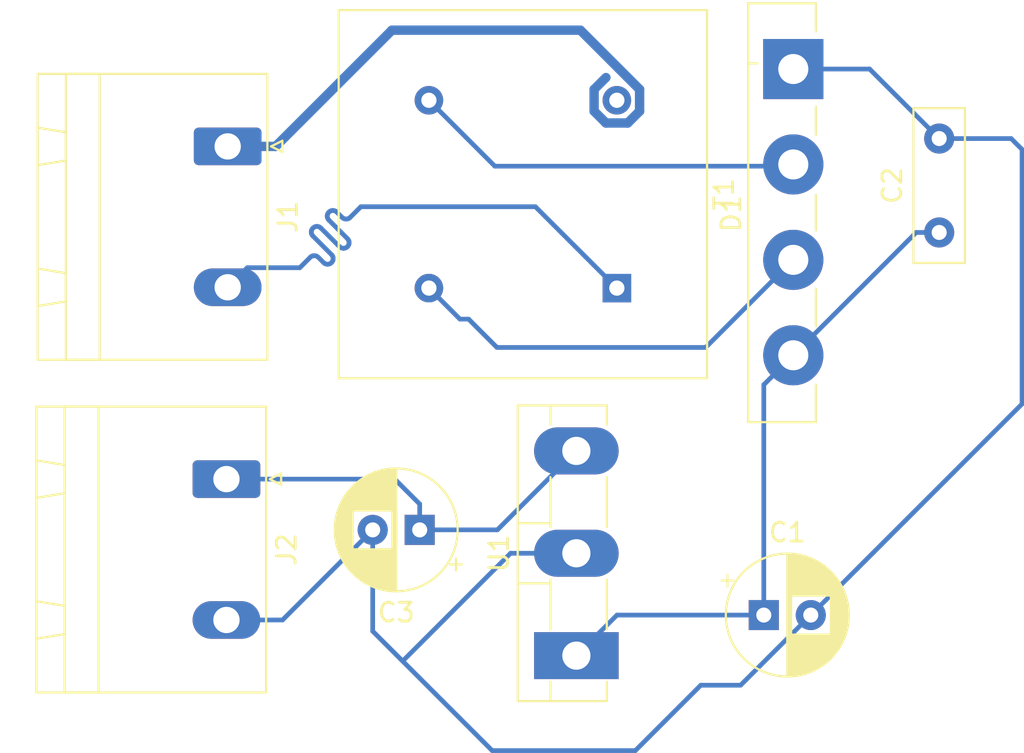
<source format=kicad_pcb>
(kicad_pcb (version 20171130) (host pcbnew "(5.1.9)-1")

  (general
    (thickness 1.6)
    (drawings 0)
    (tracks 127)
    (zones 0)
    (modules 8)
    (nets 8)
  )

  (page A4)
  (layers
    (0 F.Cu signal)
    (31 B.Cu signal)
    (32 B.Adhes user)
    (33 F.Adhes user)
    (34 B.Paste user)
    (35 F.Paste user)
    (36 B.SilkS user)
    (37 F.SilkS user)
    (38 B.Mask user)
    (39 F.Mask user)
    (40 Dwgs.User user)
    (41 Cmts.User user)
    (42 Eco1.User user)
    (43 Eco2.User user)
    (44 Edge.Cuts user)
    (45 Margin user)
    (46 B.CrtYd user)
    (47 F.CrtYd user)
    (48 B.Fab user)
    (49 F.Fab user)
  )

  (setup
    (last_trace_width 0.5)
    (user_trace_width 0.5)
    (trace_clearance 0.2)
    (zone_clearance 0.508)
    (zone_45_only no)
    (trace_min 0.2)
    (via_size 0.8)
    (via_drill 0.4)
    (via_min_size 0.4)
    (via_min_drill 0.3)
    (uvia_size 0.3)
    (uvia_drill 0.1)
    (uvias_allowed no)
    (uvia_min_size 0.2)
    (uvia_min_drill 0.1)
    (edge_width 0.05)
    (segment_width 0.2)
    (pcb_text_width 0.3)
    (pcb_text_size 1.5 1.5)
    (mod_edge_width 0.12)
    (mod_text_size 1 1)
    (mod_text_width 0.15)
    (pad_size 1.524 1.524)
    (pad_drill 0.762)
    (pad_to_mask_clearance 0)
    (aux_axis_origin 0 0)
    (visible_elements FFFFFF7F)
    (pcbplotparams
      (layerselection 0x010fc_ffffffff)
      (usegerberextensions false)
      (usegerberattributes true)
      (usegerberadvancedattributes true)
      (creategerberjobfile true)
      (excludeedgelayer true)
      (linewidth 0.100000)
      (plotframeref false)
      (viasonmask false)
      (mode 1)
      (useauxorigin false)
      (hpglpennumber 1)
      (hpglpenspeed 20)
      (hpglpendiameter 15.000000)
      (psnegative false)
      (psa4output false)
      (plotreference true)
      (plotvalue true)
      (plotinvisibletext false)
      (padsonsilk false)
      (subtractmaskfromsilk false)
      (outputformat 1)
      (mirror false)
      (drillshape 1)
      (scaleselection 1)
      (outputdirectory ""))
  )

  (net 0 "")
  (net 1 "Net-(C1-Pad1)")
  (net 2 GND)
  (net 3 "Net-(C3-Pad1)")
  (net 4 "Net-(D1-Pad3)")
  (net 5 "Net-(D1-Pad2)")
  (net 6 "Net-(J1-Pad1)")
  (net 7 "Net-(J1-Pad2)")

  (net_class Default "This is the default net class."
    (clearance 0.2)
    (trace_width 0.25)
    (via_dia 0.8)
    (via_drill 0.4)
    (uvia_dia 0.3)
    (uvia_drill 0.1)
    (add_net GND)
    (add_net "Net-(C1-Pad1)")
    (add_net "Net-(C3-Pad1)")
    (add_net "Net-(D1-Pad2)")
    (add_net "Net-(D1-Pad3)")
    (add_net "Net-(J1-Pad1)")
    (add_net "Net-(J1-Pad2)")
  )

  (module Capacitor_THT:CP_Radial_D6.3mm_P2.50mm (layer F.Cu) (tedit 5AE50EF0) (tstamp 60570FDD)
    (at 97.1296 104.5464)
    (descr "CP, Radial series, Radial, pin pitch=2.50mm, , diameter=6.3mm, Electrolytic Capacitor")
    (tags "CP Radial series Radial pin pitch 2.50mm  diameter 6.3mm Electrolytic Capacitor")
    (path /60578877)
    (fp_text reference C1 (at 1.25 -4.4) (layer F.SilkS)
      (effects (font (size 1 1) (thickness 0.15)))
    )
    (fp_text value 220uF (at 1.25 4.4) (layer F.Fab)
      (effects (font (size 1 1) (thickness 0.15)))
    )
    (fp_line (start -1.935241 -2.154) (end -1.935241 -1.524) (layer F.SilkS) (width 0.12))
    (fp_line (start -2.250241 -1.839) (end -1.620241 -1.839) (layer F.SilkS) (width 0.12))
    (fp_line (start 4.491 -0.402) (end 4.491 0.402) (layer F.SilkS) (width 0.12))
    (fp_line (start 4.451 -0.633) (end 4.451 0.633) (layer F.SilkS) (width 0.12))
    (fp_line (start 4.411 -0.802) (end 4.411 0.802) (layer F.SilkS) (width 0.12))
    (fp_line (start 4.371 -0.94) (end 4.371 0.94) (layer F.SilkS) (width 0.12))
    (fp_line (start 4.331 -1.059) (end 4.331 1.059) (layer F.SilkS) (width 0.12))
    (fp_line (start 4.291 -1.165) (end 4.291 1.165) (layer F.SilkS) (width 0.12))
    (fp_line (start 4.251 -1.262) (end 4.251 1.262) (layer F.SilkS) (width 0.12))
    (fp_line (start 4.211 -1.35) (end 4.211 1.35) (layer F.SilkS) (width 0.12))
    (fp_line (start 4.171 -1.432) (end 4.171 1.432) (layer F.SilkS) (width 0.12))
    (fp_line (start 4.131 -1.509) (end 4.131 1.509) (layer F.SilkS) (width 0.12))
    (fp_line (start 4.091 -1.581) (end 4.091 1.581) (layer F.SilkS) (width 0.12))
    (fp_line (start 4.051 -1.65) (end 4.051 1.65) (layer F.SilkS) (width 0.12))
    (fp_line (start 4.011 -1.714) (end 4.011 1.714) (layer F.SilkS) (width 0.12))
    (fp_line (start 3.971 -1.776) (end 3.971 1.776) (layer F.SilkS) (width 0.12))
    (fp_line (start 3.931 -1.834) (end 3.931 1.834) (layer F.SilkS) (width 0.12))
    (fp_line (start 3.891 -1.89) (end 3.891 1.89) (layer F.SilkS) (width 0.12))
    (fp_line (start 3.851 -1.944) (end 3.851 1.944) (layer F.SilkS) (width 0.12))
    (fp_line (start 3.811 -1.995) (end 3.811 1.995) (layer F.SilkS) (width 0.12))
    (fp_line (start 3.771 -2.044) (end 3.771 2.044) (layer F.SilkS) (width 0.12))
    (fp_line (start 3.731 -2.092) (end 3.731 2.092) (layer F.SilkS) (width 0.12))
    (fp_line (start 3.691 -2.137) (end 3.691 2.137) (layer F.SilkS) (width 0.12))
    (fp_line (start 3.651 -2.182) (end 3.651 2.182) (layer F.SilkS) (width 0.12))
    (fp_line (start 3.611 -2.224) (end 3.611 2.224) (layer F.SilkS) (width 0.12))
    (fp_line (start 3.571 -2.265) (end 3.571 2.265) (layer F.SilkS) (width 0.12))
    (fp_line (start 3.531 1.04) (end 3.531 2.305) (layer F.SilkS) (width 0.12))
    (fp_line (start 3.531 -2.305) (end 3.531 -1.04) (layer F.SilkS) (width 0.12))
    (fp_line (start 3.491 1.04) (end 3.491 2.343) (layer F.SilkS) (width 0.12))
    (fp_line (start 3.491 -2.343) (end 3.491 -1.04) (layer F.SilkS) (width 0.12))
    (fp_line (start 3.451 1.04) (end 3.451 2.38) (layer F.SilkS) (width 0.12))
    (fp_line (start 3.451 -2.38) (end 3.451 -1.04) (layer F.SilkS) (width 0.12))
    (fp_line (start 3.411 1.04) (end 3.411 2.416) (layer F.SilkS) (width 0.12))
    (fp_line (start 3.411 -2.416) (end 3.411 -1.04) (layer F.SilkS) (width 0.12))
    (fp_line (start 3.371 1.04) (end 3.371 2.45) (layer F.SilkS) (width 0.12))
    (fp_line (start 3.371 -2.45) (end 3.371 -1.04) (layer F.SilkS) (width 0.12))
    (fp_line (start 3.331 1.04) (end 3.331 2.484) (layer F.SilkS) (width 0.12))
    (fp_line (start 3.331 -2.484) (end 3.331 -1.04) (layer F.SilkS) (width 0.12))
    (fp_line (start 3.291 1.04) (end 3.291 2.516) (layer F.SilkS) (width 0.12))
    (fp_line (start 3.291 -2.516) (end 3.291 -1.04) (layer F.SilkS) (width 0.12))
    (fp_line (start 3.251 1.04) (end 3.251 2.548) (layer F.SilkS) (width 0.12))
    (fp_line (start 3.251 -2.548) (end 3.251 -1.04) (layer F.SilkS) (width 0.12))
    (fp_line (start 3.211 1.04) (end 3.211 2.578) (layer F.SilkS) (width 0.12))
    (fp_line (start 3.211 -2.578) (end 3.211 -1.04) (layer F.SilkS) (width 0.12))
    (fp_line (start 3.171 1.04) (end 3.171 2.607) (layer F.SilkS) (width 0.12))
    (fp_line (start 3.171 -2.607) (end 3.171 -1.04) (layer F.SilkS) (width 0.12))
    (fp_line (start 3.131 1.04) (end 3.131 2.636) (layer F.SilkS) (width 0.12))
    (fp_line (start 3.131 -2.636) (end 3.131 -1.04) (layer F.SilkS) (width 0.12))
    (fp_line (start 3.091 1.04) (end 3.091 2.664) (layer F.SilkS) (width 0.12))
    (fp_line (start 3.091 -2.664) (end 3.091 -1.04) (layer F.SilkS) (width 0.12))
    (fp_line (start 3.051 1.04) (end 3.051 2.69) (layer F.SilkS) (width 0.12))
    (fp_line (start 3.051 -2.69) (end 3.051 -1.04) (layer F.SilkS) (width 0.12))
    (fp_line (start 3.011 1.04) (end 3.011 2.716) (layer F.SilkS) (width 0.12))
    (fp_line (start 3.011 -2.716) (end 3.011 -1.04) (layer F.SilkS) (width 0.12))
    (fp_line (start 2.971 1.04) (end 2.971 2.742) (layer F.SilkS) (width 0.12))
    (fp_line (start 2.971 -2.742) (end 2.971 -1.04) (layer F.SilkS) (width 0.12))
    (fp_line (start 2.931 1.04) (end 2.931 2.766) (layer F.SilkS) (width 0.12))
    (fp_line (start 2.931 -2.766) (end 2.931 -1.04) (layer F.SilkS) (width 0.12))
    (fp_line (start 2.891 1.04) (end 2.891 2.79) (layer F.SilkS) (width 0.12))
    (fp_line (start 2.891 -2.79) (end 2.891 -1.04) (layer F.SilkS) (width 0.12))
    (fp_line (start 2.851 1.04) (end 2.851 2.812) (layer F.SilkS) (width 0.12))
    (fp_line (start 2.851 -2.812) (end 2.851 -1.04) (layer F.SilkS) (width 0.12))
    (fp_line (start 2.811 1.04) (end 2.811 2.834) (layer F.SilkS) (width 0.12))
    (fp_line (start 2.811 -2.834) (end 2.811 -1.04) (layer F.SilkS) (width 0.12))
    (fp_line (start 2.771 1.04) (end 2.771 2.856) (layer F.SilkS) (width 0.12))
    (fp_line (start 2.771 -2.856) (end 2.771 -1.04) (layer F.SilkS) (width 0.12))
    (fp_line (start 2.731 1.04) (end 2.731 2.876) (layer F.SilkS) (width 0.12))
    (fp_line (start 2.731 -2.876) (end 2.731 -1.04) (layer F.SilkS) (width 0.12))
    (fp_line (start 2.691 1.04) (end 2.691 2.896) (layer F.SilkS) (width 0.12))
    (fp_line (start 2.691 -2.896) (end 2.691 -1.04) (layer F.SilkS) (width 0.12))
    (fp_line (start 2.651 1.04) (end 2.651 2.916) (layer F.SilkS) (width 0.12))
    (fp_line (start 2.651 -2.916) (end 2.651 -1.04) (layer F.SilkS) (width 0.12))
    (fp_line (start 2.611 1.04) (end 2.611 2.934) (layer F.SilkS) (width 0.12))
    (fp_line (start 2.611 -2.934) (end 2.611 -1.04) (layer F.SilkS) (width 0.12))
    (fp_line (start 2.571 1.04) (end 2.571 2.952) (layer F.SilkS) (width 0.12))
    (fp_line (start 2.571 -2.952) (end 2.571 -1.04) (layer F.SilkS) (width 0.12))
    (fp_line (start 2.531 1.04) (end 2.531 2.97) (layer F.SilkS) (width 0.12))
    (fp_line (start 2.531 -2.97) (end 2.531 -1.04) (layer F.SilkS) (width 0.12))
    (fp_line (start 2.491 1.04) (end 2.491 2.986) (layer F.SilkS) (width 0.12))
    (fp_line (start 2.491 -2.986) (end 2.491 -1.04) (layer F.SilkS) (width 0.12))
    (fp_line (start 2.451 1.04) (end 2.451 3.002) (layer F.SilkS) (width 0.12))
    (fp_line (start 2.451 -3.002) (end 2.451 -1.04) (layer F.SilkS) (width 0.12))
    (fp_line (start 2.411 1.04) (end 2.411 3.018) (layer F.SilkS) (width 0.12))
    (fp_line (start 2.411 -3.018) (end 2.411 -1.04) (layer F.SilkS) (width 0.12))
    (fp_line (start 2.371 1.04) (end 2.371 3.033) (layer F.SilkS) (width 0.12))
    (fp_line (start 2.371 -3.033) (end 2.371 -1.04) (layer F.SilkS) (width 0.12))
    (fp_line (start 2.331 1.04) (end 2.331 3.047) (layer F.SilkS) (width 0.12))
    (fp_line (start 2.331 -3.047) (end 2.331 -1.04) (layer F.SilkS) (width 0.12))
    (fp_line (start 2.291 1.04) (end 2.291 3.061) (layer F.SilkS) (width 0.12))
    (fp_line (start 2.291 -3.061) (end 2.291 -1.04) (layer F.SilkS) (width 0.12))
    (fp_line (start 2.251 1.04) (end 2.251 3.074) (layer F.SilkS) (width 0.12))
    (fp_line (start 2.251 -3.074) (end 2.251 -1.04) (layer F.SilkS) (width 0.12))
    (fp_line (start 2.211 1.04) (end 2.211 3.086) (layer F.SilkS) (width 0.12))
    (fp_line (start 2.211 -3.086) (end 2.211 -1.04) (layer F.SilkS) (width 0.12))
    (fp_line (start 2.171 1.04) (end 2.171 3.098) (layer F.SilkS) (width 0.12))
    (fp_line (start 2.171 -3.098) (end 2.171 -1.04) (layer F.SilkS) (width 0.12))
    (fp_line (start 2.131 1.04) (end 2.131 3.11) (layer F.SilkS) (width 0.12))
    (fp_line (start 2.131 -3.11) (end 2.131 -1.04) (layer F.SilkS) (width 0.12))
    (fp_line (start 2.091 1.04) (end 2.091 3.121) (layer F.SilkS) (width 0.12))
    (fp_line (start 2.091 -3.121) (end 2.091 -1.04) (layer F.SilkS) (width 0.12))
    (fp_line (start 2.051 1.04) (end 2.051 3.131) (layer F.SilkS) (width 0.12))
    (fp_line (start 2.051 -3.131) (end 2.051 -1.04) (layer F.SilkS) (width 0.12))
    (fp_line (start 2.011 1.04) (end 2.011 3.141) (layer F.SilkS) (width 0.12))
    (fp_line (start 2.011 -3.141) (end 2.011 -1.04) (layer F.SilkS) (width 0.12))
    (fp_line (start 1.971 1.04) (end 1.971 3.15) (layer F.SilkS) (width 0.12))
    (fp_line (start 1.971 -3.15) (end 1.971 -1.04) (layer F.SilkS) (width 0.12))
    (fp_line (start 1.93 1.04) (end 1.93 3.159) (layer F.SilkS) (width 0.12))
    (fp_line (start 1.93 -3.159) (end 1.93 -1.04) (layer F.SilkS) (width 0.12))
    (fp_line (start 1.89 1.04) (end 1.89 3.167) (layer F.SilkS) (width 0.12))
    (fp_line (start 1.89 -3.167) (end 1.89 -1.04) (layer F.SilkS) (width 0.12))
    (fp_line (start 1.85 1.04) (end 1.85 3.175) (layer F.SilkS) (width 0.12))
    (fp_line (start 1.85 -3.175) (end 1.85 -1.04) (layer F.SilkS) (width 0.12))
    (fp_line (start 1.81 1.04) (end 1.81 3.182) (layer F.SilkS) (width 0.12))
    (fp_line (start 1.81 -3.182) (end 1.81 -1.04) (layer F.SilkS) (width 0.12))
    (fp_line (start 1.77 1.04) (end 1.77 3.189) (layer F.SilkS) (width 0.12))
    (fp_line (start 1.77 -3.189) (end 1.77 -1.04) (layer F.SilkS) (width 0.12))
    (fp_line (start 1.73 1.04) (end 1.73 3.195) (layer F.SilkS) (width 0.12))
    (fp_line (start 1.73 -3.195) (end 1.73 -1.04) (layer F.SilkS) (width 0.12))
    (fp_line (start 1.69 1.04) (end 1.69 3.201) (layer F.SilkS) (width 0.12))
    (fp_line (start 1.69 -3.201) (end 1.69 -1.04) (layer F.SilkS) (width 0.12))
    (fp_line (start 1.65 1.04) (end 1.65 3.206) (layer F.SilkS) (width 0.12))
    (fp_line (start 1.65 -3.206) (end 1.65 -1.04) (layer F.SilkS) (width 0.12))
    (fp_line (start 1.61 1.04) (end 1.61 3.211) (layer F.SilkS) (width 0.12))
    (fp_line (start 1.61 -3.211) (end 1.61 -1.04) (layer F.SilkS) (width 0.12))
    (fp_line (start 1.57 1.04) (end 1.57 3.215) (layer F.SilkS) (width 0.12))
    (fp_line (start 1.57 -3.215) (end 1.57 -1.04) (layer F.SilkS) (width 0.12))
    (fp_line (start 1.53 1.04) (end 1.53 3.218) (layer F.SilkS) (width 0.12))
    (fp_line (start 1.53 -3.218) (end 1.53 -1.04) (layer F.SilkS) (width 0.12))
    (fp_line (start 1.49 1.04) (end 1.49 3.222) (layer F.SilkS) (width 0.12))
    (fp_line (start 1.49 -3.222) (end 1.49 -1.04) (layer F.SilkS) (width 0.12))
    (fp_line (start 1.45 -3.224) (end 1.45 3.224) (layer F.SilkS) (width 0.12))
    (fp_line (start 1.41 -3.227) (end 1.41 3.227) (layer F.SilkS) (width 0.12))
    (fp_line (start 1.37 -3.228) (end 1.37 3.228) (layer F.SilkS) (width 0.12))
    (fp_line (start 1.33 -3.23) (end 1.33 3.23) (layer F.SilkS) (width 0.12))
    (fp_line (start 1.29 -3.23) (end 1.29 3.23) (layer F.SilkS) (width 0.12))
    (fp_line (start 1.25 -3.23) (end 1.25 3.23) (layer F.SilkS) (width 0.12))
    (fp_line (start -1.128972 -1.6885) (end -1.128972 -1.0585) (layer F.Fab) (width 0.1))
    (fp_line (start -1.443972 -1.3735) (end -0.813972 -1.3735) (layer F.Fab) (width 0.1))
    (fp_circle (center 1.25 0) (end 4.65 0) (layer F.CrtYd) (width 0.05))
    (fp_circle (center 1.25 0) (end 4.52 0) (layer F.SilkS) (width 0.12))
    (fp_circle (center 1.25 0) (end 4.4 0) (layer F.Fab) (width 0.1))
    (fp_text user %R (at 1.25 0) (layer F.Fab)
      (effects (font (size 1 1) (thickness 0.15)))
    )
    (pad 1 thru_hole rect (at 0 0) (size 1.6 1.6) (drill 0.8) (layers *.Cu *.Mask)
      (net 1 "Net-(C1-Pad1)"))
    (pad 2 thru_hole circle (at 2.5 0) (size 1.6 1.6) (drill 0.8) (layers *.Cu *.Mask)
      (net 2 GND))
    (model ${KISYS3DMOD}/Capacitor_THT.3dshapes/CP_Radial_D6.3mm_P2.50mm.wrl
      (at (xyz 0 0 0))
      (scale (xyz 1 1 1))
      (rotate (xyz 0 0 0))
    )
  )

  (module Capacitor_THT:C_Disc_D8.0mm_W2.5mm_P5.00mm (layer F.Cu) (tedit 5AE50EF0) (tstamp 60570FF0)
    (at 106.46156 84.1756 90)
    (descr "C, Disc series, Radial, pin pitch=5.00mm, , diameter*width=8*2.5mm^2, Capacitor, http://cdn-reichelt.de/documents/datenblatt/B300/DS_KERKO_TC.pdf")
    (tags "C Disc series Radial pin pitch 5.00mm  diameter 8mm width 2.5mm Capacitor")
    (path /6057963A)
    (fp_text reference C2 (at 2.5 -2.5 90) (layer F.SilkS)
      (effects (font (size 1 1) (thickness 0.15)))
    )
    (fp_text value 10nF (at 2.5 2.5 90) (layer F.Fab)
      (effects (font (size 1 1) (thickness 0.15)))
    )
    (fp_line (start 6.75 -1.5) (end -1.75 -1.5) (layer F.CrtYd) (width 0.05))
    (fp_line (start 6.75 1.5) (end 6.75 -1.5) (layer F.CrtYd) (width 0.05))
    (fp_line (start -1.75 1.5) (end 6.75 1.5) (layer F.CrtYd) (width 0.05))
    (fp_line (start -1.75 -1.5) (end -1.75 1.5) (layer F.CrtYd) (width 0.05))
    (fp_line (start 6.62 -1.37) (end 6.62 1.37) (layer F.SilkS) (width 0.12))
    (fp_line (start -1.62 -1.37) (end -1.62 1.37) (layer F.SilkS) (width 0.12))
    (fp_line (start -1.62 1.37) (end 6.62 1.37) (layer F.SilkS) (width 0.12))
    (fp_line (start -1.62 -1.37) (end 6.62 -1.37) (layer F.SilkS) (width 0.12))
    (fp_line (start 6.5 -1.25) (end -1.5 -1.25) (layer F.Fab) (width 0.1))
    (fp_line (start 6.5 1.25) (end 6.5 -1.25) (layer F.Fab) (width 0.1))
    (fp_line (start -1.5 1.25) (end 6.5 1.25) (layer F.Fab) (width 0.1))
    (fp_line (start -1.5 -1.25) (end -1.5 1.25) (layer F.Fab) (width 0.1))
    (fp_text user %R (at 2.5 0 90) (layer F.Fab)
      (effects (font (size 1 1) (thickness 0.15)))
    )
    (pad 1 thru_hole circle (at 0 0 90) (size 1.6 1.6) (drill 0.8) (layers *.Cu *.Mask)
      (net 1 "Net-(C1-Pad1)"))
    (pad 2 thru_hole circle (at 5 0 90) (size 1.6 1.6) (drill 0.8) (layers *.Cu *.Mask)
      (net 2 GND))
    (model ${KISYS3DMOD}/Capacitor_THT.3dshapes/C_Disc_D8.0mm_W2.5mm_P5.00mm.wrl
      (at (xyz 0 0 0))
      (scale (xyz 1 1 1))
      (rotate (xyz 0 0 0))
    )
  )

  (module Capacitor_THT:CP_Radial_D6.3mm_P2.50mm (layer F.Cu) (tedit 5AE50EF0) (tstamp 60571084)
    (at 78.82128 100.00996 180)
    (descr "CP, Radial series, Radial, pin pitch=2.50mm, , diameter=6.3mm, Electrolytic Capacitor")
    (tags "CP Radial series Radial pin pitch 2.50mm  diameter 6.3mm Electrolytic Capacitor")
    (path /6057A50D)
    (fp_text reference C3 (at 1.25 -4.4) (layer F.SilkS)
      (effects (font (size 1 1) (thickness 0.15)))
    )
    (fp_text value 2200uF (at 1.25 4.4) (layer F.Fab)
      (effects (font (size 1 1) (thickness 0.15)))
    )
    (fp_text user %R (at 1.25 0) (layer F.Fab)
      (effects (font (size 1 1) (thickness 0.15)))
    )
    (fp_circle (center 1.25 0) (end 4.4 0) (layer F.Fab) (width 0.1))
    (fp_circle (center 1.25 0) (end 4.52 0) (layer F.SilkS) (width 0.12))
    (fp_circle (center 1.25 0) (end 4.65 0) (layer F.CrtYd) (width 0.05))
    (fp_line (start -1.443972 -1.3735) (end -0.813972 -1.3735) (layer F.Fab) (width 0.1))
    (fp_line (start -1.128972 -1.6885) (end -1.128972 -1.0585) (layer F.Fab) (width 0.1))
    (fp_line (start 1.25 -3.23) (end 1.25 3.23) (layer F.SilkS) (width 0.12))
    (fp_line (start 1.29 -3.23) (end 1.29 3.23) (layer F.SilkS) (width 0.12))
    (fp_line (start 1.33 -3.23) (end 1.33 3.23) (layer F.SilkS) (width 0.12))
    (fp_line (start 1.37 -3.228) (end 1.37 3.228) (layer F.SilkS) (width 0.12))
    (fp_line (start 1.41 -3.227) (end 1.41 3.227) (layer F.SilkS) (width 0.12))
    (fp_line (start 1.45 -3.224) (end 1.45 3.224) (layer F.SilkS) (width 0.12))
    (fp_line (start 1.49 -3.222) (end 1.49 -1.04) (layer F.SilkS) (width 0.12))
    (fp_line (start 1.49 1.04) (end 1.49 3.222) (layer F.SilkS) (width 0.12))
    (fp_line (start 1.53 -3.218) (end 1.53 -1.04) (layer F.SilkS) (width 0.12))
    (fp_line (start 1.53 1.04) (end 1.53 3.218) (layer F.SilkS) (width 0.12))
    (fp_line (start 1.57 -3.215) (end 1.57 -1.04) (layer F.SilkS) (width 0.12))
    (fp_line (start 1.57 1.04) (end 1.57 3.215) (layer F.SilkS) (width 0.12))
    (fp_line (start 1.61 -3.211) (end 1.61 -1.04) (layer F.SilkS) (width 0.12))
    (fp_line (start 1.61 1.04) (end 1.61 3.211) (layer F.SilkS) (width 0.12))
    (fp_line (start 1.65 -3.206) (end 1.65 -1.04) (layer F.SilkS) (width 0.12))
    (fp_line (start 1.65 1.04) (end 1.65 3.206) (layer F.SilkS) (width 0.12))
    (fp_line (start 1.69 -3.201) (end 1.69 -1.04) (layer F.SilkS) (width 0.12))
    (fp_line (start 1.69 1.04) (end 1.69 3.201) (layer F.SilkS) (width 0.12))
    (fp_line (start 1.73 -3.195) (end 1.73 -1.04) (layer F.SilkS) (width 0.12))
    (fp_line (start 1.73 1.04) (end 1.73 3.195) (layer F.SilkS) (width 0.12))
    (fp_line (start 1.77 -3.189) (end 1.77 -1.04) (layer F.SilkS) (width 0.12))
    (fp_line (start 1.77 1.04) (end 1.77 3.189) (layer F.SilkS) (width 0.12))
    (fp_line (start 1.81 -3.182) (end 1.81 -1.04) (layer F.SilkS) (width 0.12))
    (fp_line (start 1.81 1.04) (end 1.81 3.182) (layer F.SilkS) (width 0.12))
    (fp_line (start 1.85 -3.175) (end 1.85 -1.04) (layer F.SilkS) (width 0.12))
    (fp_line (start 1.85 1.04) (end 1.85 3.175) (layer F.SilkS) (width 0.12))
    (fp_line (start 1.89 -3.167) (end 1.89 -1.04) (layer F.SilkS) (width 0.12))
    (fp_line (start 1.89 1.04) (end 1.89 3.167) (layer F.SilkS) (width 0.12))
    (fp_line (start 1.93 -3.159) (end 1.93 -1.04) (layer F.SilkS) (width 0.12))
    (fp_line (start 1.93 1.04) (end 1.93 3.159) (layer F.SilkS) (width 0.12))
    (fp_line (start 1.971 -3.15) (end 1.971 -1.04) (layer F.SilkS) (width 0.12))
    (fp_line (start 1.971 1.04) (end 1.971 3.15) (layer F.SilkS) (width 0.12))
    (fp_line (start 2.011 -3.141) (end 2.011 -1.04) (layer F.SilkS) (width 0.12))
    (fp_line (start 2.011 1.04) (end 2.011 3.141) (layer F.SilkS) (width 0.12))
    (fp_line (start 2.051 -3.131) (end 2.051 -1.04) (layer F.SilkS) (width 0.12))
    (fp_line (start 2.051 1.04) (end 2.051 3.131) (layer F.SilkS) (width 0.12))
    (fp_line (start 2.091 -3.121) (end 2.091 -1.04) (layer F.SilkS) (width 0.12))
    (fp_line (start 2.091 1.04) (end 2.091 3.121) (layer F.SilkS) (width 0.12))
    (fp_line (start 2.131 -3.11) (end 2.131 -1.04) (layer F.SilkS) (width 0.12))
    (fp_line (start 2.131 1.04) (end 2.131 3.11) (layer F.SilkS) (width 0.12))
    (fp_line (start 2.171 -3.098) (end 2.171 -1.04) (layer F.SilkS) (width 0.12))
    (fp_line (start 2.171 1.04) (end 2.171 3.098) (layer F.SilkS) (width 0.12))
    (fp_line (start 2.211 -3.086) (end 2.211 -1.04) (layer F.SilkS) (width 0.12))
    (fp_line (start 2.211 1.04) (end 2.211 3.086) (layer F.SilkS) (width 0.12))
    (fp_line (start 2.251 -3.074) (end 2.251 -1.04) (layer F.SilkS) (width 0.12))
    (fp_line (start 2.251 1.04) (end 2.251 3.074) (layer F.SilkS) (width 0.12))
    (fp_line (start 2.291 -3.061) (end 2.291 -1.04) (layer F.SilkS) (width 0.12))
    (fp_line (start 2.291 1.04) (end 2.291 3.061) (layer F.SilkS) (width 0.12))
    (fp_line (start 2.331 -3.047) (end 2.331 -1.04) (layer F.SilkS) (width 0.12))
    (fp_line (start 2.331 1.04) (end 2.331 3.047) (layer F.SilkS) (width 0.12))
    (fp_line (start 2.371 -3.033) (end 2.371 -1.04) (layer F.SilkS) (width 0.12))
    (fp_line (start 2.371 1.04) (end 2.371 3.033) (layer F.SilkS) (width 0.12))
    (fp_line (start 2.411 -3.018) (end 2.411 -1.04) (layer F.SilkS) (width 0.12))
    (fp_line (start 2.411 1.04) (end 2.411 3.018) (layer F.SilkS) (width 0.12))
    (fp_line (start 2.451 -3.002) (end 2.451 -1.04) (layer F.SilkS) (width 0.12))
    (fp_line (start 2.451 1.04) (end 2.451 3.002) (layer F.SilkS) (width 0.12))
    (fp_line (start 2.491 -2.986) (end 2.491 -1.04) (layer F.SilkS) (width 0.12))
    (fp_line (start 2.491 1.04) (end 2.491 2.986) (layer F.SilkS) (width 0.12))
    (fp_line (start 2.531 -2.97) (end 2.531 -1.04) (layer F.SilkS) (width 0.12))
    (fp_line (start 2.531 1.04) (end 2.531 2.97) (layer F.SilkS) (width 0.12))
    (fp_line (start 2.571 -2.952) (end 2.571 -1.04) (layer F.SilkS) (width 0.12))
    (fp_line (start 2.571 1.04) (end 2.571 2.952) (layer F.SilkS) (width 0.12))
    (fp_line (start 2.611 -2.934) (end 2.611 -1.04) (layer F.SilkS) (width 0.12))
    (fp_line (start 2.611 1.04) (end 2.611 2.934) (layer F.SilkS) (width 0.12))
    (fp_line (start 2.651 -2.916) (end 2.651 -1.04) (layer F.SilkS) (width 0.12))
    (fp_line (start 2.651 1.04) (end 2.651 2.916) (layer F.SilkS) (width 0.12))
    (fp_line (start 2.691 -2.896) (end 2.691 -1.04) (layer F.SilkS) (width 0.12))
    (fp_line (start 2.691 1.04) (end 2.691 2.896) (layer F.SilkS) (width 0.12))
    (fp_line (start 2.731 -2.876) (end 2.731 -1.04) (layer F.SilkS) (width 0.12))
    (fp_line (start 2.731 1.04) (end 2.731 2.876) (layer F.SilkS) (width 0.12))
    (fp_line (start 2.771 -2.856) (end 2.771 -1.04) (layer F.SilkS) (width 0.12))
    (fp_line (start 2.771 1.04) (end 2.771 2.856) (layer F.SilkS) (width 0.12))
    (fp_line (start 2.811 -2.834) (end 2.811 -1.04) (layer F.SilkS) (width 0.12))
    (fp_line (start 2.811 1.04) (end 2.811 2.834) (layer F.SilkS) (width 0.12))
    (fp_line (start 2.851 -2.812) (end 2.851 -1.04) (layer F.SilkS) (width 0.12))
    (fp_line (start 2.851 1.04) (end 2.851 2.812) (layer F.SilkS) (width 0.12))
    (fp_line (start 2.891 -2.79) (end 2.891 -1.04) (layer F.SilkS) (width 0.12))
    (fp_line (start 2.891 1.04) (end 2.891 2.79) (layer F.SilkS) (width 0.12))
    (fp_line (start 2.931 -2.766) (end 2.931 -1.04) (layer F.SilkS) (width 0.12))
    (fp_line (start 2.931 1.04) (end 2.931 2.766) (layer F.SilkS) (width 0.12))
    (fp_line (start 2.971 -2.742) (end 2.971 -1.04) (layer F.SilkS) (width 0.12))
    (fp_line (start 2.971 1.04) (end 2.971 2.742) (layer F.SilkS) (width 0.12))
    (fp_line (start 3.011 -2.716) (end 3.011 -1.04) (layer F.SilkS) (width 0.12))
    (fp_line (start 3.011 1.04) (end 3.011 2.716) (layer F.SilkS) (width 0.12))
    (fp_line (start 3.051 -2.69) (end 3.051 -1.04) (layer F.SilkS) (width 0.12))
    (fp_line (start 3.051 1.04) (end 3.051 2.69) (layer F.SilkS) (width 0.12))
    (fp_line (start 3.091 -2.664) (end 3.091 -1.04) (layer F.SilkS) (width 0.12))
    (fp_line (start 3.091 1.04) (end 3.091 2.664) (layer F.SilkS) (width 0.12))
    (fp_line (start 3.131 -2.636) (end 3.131 -1.04) (layer F.SilkS) (width 0.12))
    (fp_line (start 3.131 1.04) (end 3.131 2.636) (layer F.SilkS) (width 0.12))
    (fp_line (start 3.171 -2.607) (end 3.171 -1.04) (layer F.SilkS) (width 0.12))
    (fp_line (start 3.171 1.04) (end 3.171 2.607) (layer F.SilkS) (width 0.12))
    (fp_line (start 3.211 -2.578) (end 3.211 -1.04) (layer F.SilkS) (width 0.12))
    (fp_line (start 3.211 1.04) (end 3.211 2.578) (layer F.SilkS) (width 0.12))
    (fp_line (start 3.251 -2.548) (end 3.251 -1.04) (layer F.SilkS) (width 0.12))
    (fp_line (start 3.251 1.04) (end 3.251 2.548) (layer F.SilkS) (width 0.12))
    (fp_line (start 3.291 -2.516) (end 3.291 -1.04) (layer F.SilkS) (width 0.12))
    (fp_line (start 3.291 1.04) (end 3.291 2.516) (layer F.SilkS) (width 0.12))
    (fp_line (start 3.331 -2.484) (end 3.331 -1.04) (layer F.SilkS) (width 0.12))
    (fp_line (start 3.331 1.04) (end 3.331 2.484) (layer F.SilkS) (width 0.12))
    (fp_line (start 3.371 -2.45) (end 3.371 -1.04) (layer F.SilkS) (width 0.12))
    (fp_line (start 3.371 1.04) (end 3.371 2.45) (layer F.SilkS) (width 0.12))
    (fp_line (start 3.411 -2.416) (end 3.411 -1.04) (layer F.SilkS) (width 0.12))
    (fp_line (start 3.411 1.04) (end 3.411 2.416) (layer F.SilkS) (width 0.12))
    (fp_line (start 3.451 -2.38) (end 3.451 -1.04) (layer F.SilkS) (width 0.12))
    (fp_line (start 3.451 1.04) (end 3.451 2.38) (layer F.SilkS) (width 0.12))
    (fp_line (start 3.491 -2.343) (end 3.491 -1.04) (layer F.SilkS) (width 0.12))
    (fp_line (start 3.491 1.04) (end 3.491 2.343) (layer F.SilkS) (width 0.12))
    (fp_line (start 3.531 -2.305) (end 3.531 -1.04) (layer F.SilkS) (width 0.12))
    (fp_line (start 3.531 1.04) (end 3.531 2.305) (layer F.SilkS) (width 0.12))
    (fp_line (start 3.571 -2.265) (end 3.571 2.265) (layer F.SilkS) (width 0.12))
    (fp_line (start 3.611 -2.224) (end 3.611 2.224) (layer F.SilkS) (width 0.12))
    (fp_line (start 3.651 -2.182) (end 3.651 2.182) (layer F.SilkS) (width 0.12))
    (fp_line (start 3.691 -2.137) (end 3.691 2.137) (layer F.SilkS) (width 0.12))
    (fp_line (start 3.731 -2.092) (end 3.731 2.092) (layer F.SilkS) (width 0.12))
    (fp_line (start 3.771 -2.044) (end 3.771 2.044) (layer F.SilkS) (width 0.12))
    (fp_line (start 3.811 -1.995) (end 3.811 1.995) (layer F.SilkS) (width 0.12))
    (fp_line (start 3.851 -1.944) (end 3.851 1.944) (layer F.SilkS) (width 0.12))
    (fp_line (start 3.891 -1.89) (end 3.891 1.89) (layer F.SilkS) (width 0.12))
    (fp_line (start 3.931 -1.834) (end 3.931 1.834) (layer F.SilkS) (width 0.12))
    (fp_line (start 3.971 -1.776) (end 3.971 1.776) (layer F.SilkS) (width 0.12))
    (fp_line (start 4.011 -1.714) (end 4.011 1.714) (layer F.SilkS) (width 0.12))
    (fp_line (start 4.051 -1.65) (end 4.051 1.65) (layer F.SilkS) (width 0.12))
    (fp_line (start 4.091 -1.581) (end 4.091 1.581) (layer F.SilkS) (width 0.12))
    (fp_line (start 4.131 -1.509) (end 4.131 1.509) (layer F.SilkS) (width 0.12))
    (fp_line (start 4.171 -1.432) (end 4.171 1.432) (layer F.SilkS) (width 0.12))
    (fp_line (start 4.211 -1.35) (end 4.211 1.35) (layer F.SilkS) (width 0.12))
    (fp_line (start 4.251 -1.262) (end 4.251 1.262) (layer F.SilkS) (width 0.12))
    (fp_line (start 4.291 -1.165) (end 4.291 1.165) (layer F.SilkS) (width 0.12))
    (fp_line (start 4.331 -1.059) (end 4.331 1.059) (layer F.SilkS) (width 0.12))
    (fp_line (start 4.371 -0.94) (end 4.371 0.94) (layer F.SilkS) (width 0.12))
    (fp_line (start 4.411 -0.802) (end 4.411 0.802) (layer F.SilkS) (width 0.12))
    (fp_line (start 4.451 -0.633) (end 4.451 0.633) (layer F.SilkS) (width 0.12))
    (fp_line (start 4.491 -0.402) (end 4.491 0.402) (layer F.SilkS) (width 0.12))
    (fp_line (start -2.250241 -1.839) (end -1.620241 -1.839) (layer F.SilkS) (width 0.12))
    (fp_line (start -1.935241 -2.154) (end -1.935241 -1.524) (layer F.SilkS) (width 0.12))
    (pad 2 thru_hole circle (at 2.5 0 180) (size 1.6 1.6) (drill 0.8) (layers *.Cu *.Mask)
      (net 2 GND))
    (pad 1 thru_hole rect (at 0 0 180) (size 1.6 1.6) (drill 0.8) (layers *.Cu *.Mask)
      (net 3 "Net-(C3-Pad1)"))
    (model ${KISYS3DMOD}/Capacitor_THT.3dshapes/CP_Radial_D6.3mm_P2.50mm.wrl
      (at (xyz 0 0 0))
      (scale (xyz 1 1 1))
      (rotate (xyz 0 0 0))
    )
  )

  (module Diode_THT:Diode_Bridge_Vishay_GBU (layer F.Cu) (tedit 5A4F789A) (tstamp 605724E2)
    (at 98.69932 75.47356 270)
    (descr "Vishay GBU rectifier package, 5.08mm pitch, see http://www.vishay.com/docs/88606/g3sba20.pdf")
    (tags "Vishay GBU rectifier diode bridge")
    (path /605762AE)
    (fp_text reference D1 (at 7.7 3.3 270) (layer F.SilkS)
      (effects (font (size 1 1) (thickness 0.15)))
    )
    (fp_text value D_Bridge_-AA+ (at 7.1 -2.5 270) (layer F.Fab)
      (effects (font (size 1 1) (thickness 0.15)))
    )
    (fp_line (start 18.95 -1.85) (end -3.65 -1.85) (layer F.CrtYd) (width 0.05))
    (fp_line (start 18.95 -1.85) (end 18.95 2.55) (layer F.CrtYd) (width 0.05))
    (fp_line (start -3.65 2.55) (end -3.65 -1.85) (layer F.CrtYd) (width 0.05))
    (fp_line (start -3.65 2.55) (end 18.95 2.55) (layer F.CrtYd) (width 0.05))
    (fp_line (start -3.4 -1.1) (end 18.7 -1.1) (layer F.Fab) (width 0.1))
    (fp_line (start 18.7 -1.1) (end 18.7 2.3) (layer F.Fab) (width 0.12))
    (fp_line (start 18.7 2.3) (end -2.5 2.3) (layer F.Fab) (width 0.1))
    (fp_line (start -2.5 2.3) (end -3.4 1.3) (layer F.Fab) (width 0.1))
    (fp_line (start -3.4 1.3) (end -3.4 -1.1) (layer F.Fab) (width 0.1))
    (fp_line (start -0.3 2.3) (end -0.3 -1.1) (layer F.Fab) (width 0.1))
    (fp_line (start -3.5 -1.2) (end -2 -1.2) (layer F.SilkS) (width 0.12))
    (fp_line (start 2 -1.2) (end 3.5 -1.2) (layer F.SilkS) (width 0.12))
    (fp_line (start 6.7 -1.2) (end 8.6 -1.2) (layer F.SilkS) (width 0.12))
    (fp_line (start 11.7 -1.2) (end 13.7 -1.2) (layer F.SilkS) (width 0.12))
    (fp_line (start 16.8 -1.2) (end 18.8 -1.2) (layer F.SilkS) (width 0.12))
    (fp_line (start 18.8 -1.2) (end 18.8 2.4) (layer F.SilkS) (width 0.12))
    (fp_line (start 18.8 2.4) (end -3.5 2.4) (layer F.SilkS) (width 0.12))
    (fp_line (start -3.5 2.4) (end -3.5 -1.2) (layer F.SilkS) (width 0.12))
    (fp_line (start -0.3 2.4) (end -0.3 1.9) (layer F.SilkS) (width 0.12))
    (fp_text user %R (at 7.65 0.6 270) (layer F.Fab)
      (effects (font (size 1 1) (thickness 0.15)))
    )
    (pad 4 thru_hole circle (at 15.24 0 270) (size 3.2 3.2) (drill 1.6) (layers *.Cu *.Mask)
      (net 1 "Net-(C1-Pad1)"))
    (pad 3 thru_hole circle (at 10.16 0 270) (size 3.2 3.2) (drill 1.6) (layers *.Cu *.Mask)
      (net 4 "Net-(D1-Pad3)"))
    (pad 2 thru_hole circle (at 5.08 0 270) (size 3.2 3.2) (drill 1.6) (layers *.Cu *.Mask)
      (net 5 "Net-(D1-Pad2)"))
    (pad 1 thru_hole rect (at 0 0 270) (size 3.2 3.2) (drill 1.6) (layers *.Cu *.Mask)
      (net 2 GND))
    (model ${KISYS3DMOD}/Diode_THT.3dshapes/Diode_Bridge_Vishay_GBU.wrl
      (at (xyz 0 0 0))
      (scale (xyz 1 1 1))
      (rotate (xyz 0 0 0))
    )
  )

  (module Connector_Phoenix_GMSTB:PhoenixContact_GMSTBA_2,5_2-G_1x02_P7.50mm_Horizontal (layer F.Cu) (tedit 5B785048) (tstamp 605710C4)
    (at 68.6054 79.59344 270)
    (descr "Generic Phoenix Contact connector footprint for: GMSTBA_2,5/2-G; number of pins: 02; pin pitch: 7.50mm; Angled || order number: 1766343 12A 630V")
    (tags "phoenix_contact connector GMSTBA_01x02_G_7.50mm")
    (path /6057B232)
    (fp_text reference J1 (at 3.75 -3.2 90) (layer F.SilkS)
      (effects (font (size 1 1) (thickness 0.15)))
    )
    (fp_text value Conn_01x02 (at 3.75 11.2 90) (layer F.Fab)
      (effects (font (size 1 1) (thickness 0.15)))
    )
    (fp_line (start 0 -0.5) (end -0.95 -2) (layer F.Fab) (width 0.1))
    (fp_line (start 0.95 -2) (end 0 -0.5) (layer F.Fab) (width 0.1))
    (fp_line (start -0.3 -2.91) (end 0.3 -2.91) (layer F.SilkS) (width 0.12))
    (fp_line (start 0 -2.31) (end -0.3 -2.91) (layer F.SilkS) (width 0.12))
    (fp_line (start 0.3 -2.91) (end 0 -2.31) (layer F.SilkS) (width 0.12))
    (fp_line (start 11.75 -2.5) (end -4.25 -2.5) (layer F.CrtYd) (width 0.05))
    (fp_line (start 11.75 10.5) (end 11.75 -2.5) (layer F.CrtYd) (width 0.05))
    (fp_line (start -4.25 10.5) (end 11.75 10.5) (layer F.CrtYd) (width 0.05))
    (fp_line (start -4.25 -2.5) (end -4.25 10.5) (layer F.CrtYd) (width 0.05))
    (fp_line (start 6.75 8.61) (end 6.5 10.11) (layer F.SilkS) (width 0.12))
    (fp_line (start 8.25 8.61) (end 6.75 8.61) (layer F.SilkS) (width 0.12))
    (fp_line (start 8.5 10.11) (end 8.25 8.61) (layer F.SilkS) (width 0.12))
    (fp_line (start 6.5 10.11) (end 8.5 10.11) (layer F.SilkS) (width 0.12))
    (fp_line (start -0.75 8.61) (end -1 10.11) (layer F.SilkS) (width 0.12))
    (fp_line (start 0.75 8.61) (end -0.75 8.61) (layer F.SilkS) (width 0.12))
    (fp_line (start 1 10.11) (end 0.75 8.61) (layer F.SilkS) (width 0.12))
    (fp_line (start -1 10.11) (end 1 10.11) (layer F.SilkS) (width 0.12))
    (fp_line (start 11.36 8.61) (end -3.86 8.61) (layer F.SilkS) (width 0.12))
    (fp_line (start 11.36 6.81) (end 11.36 8.61) (layer F.SilkS) (width 0.12))
    (fp_line (start -3.86 6.81) (end 11.36 6.81) (layer F.SilkS) (width 0.12))
    (fp_line (start -3.86 8.61) (end -3.86 6.81) (layer F.SilkS) (width 0.12))
    (fp_line (start 11.25 -2) (end -3.75 -2) (layer F.Fab) (width 0.1))
    (fp_line (start 11.25 10) (end 11.25 -2) (layer F.Fab) (width 0.1))
    (fp_line (start -3.75 10) (end 11.25 10) (layer F.Fab) (width 0.1))
    (fp_line (start -3.75 -2) (end -3.75 10) (layer F.Fab) (width 0.1))
    (fp_line (start 11.36 -2.11) (end -3.86 -2.11) (layer F.SilkS) (width 0.12))
    (fp_line (start 11.36 10.11) (end 11.36 -2.11) (layer F.SilkS) (width 0.12))
    (fp_line (start -3.86 10.11) (end 11.36 10.11) (layer F.SilkS) (width 0.12))
    (fp_line (start -3.86 -2.11) (end -3.86 10.11) (layer F.SilkS) (width 0.12))
    (fp_text user %R (at 3.75 -1.3 90) (layer F.Fab)
      (effects (font (size 1 1) (thickness 0.15)))
    )
    (pad 1 thru_hole roundrect (at 0 0 270) (size 2 3.6) (drill 1.4) (layers *.Cu *.Mask) (roundrect_rratio 0.125)
      (net 6 "Net-(J1-Pad1)"))
    (pad 2 thru_hole oval (at 7.5 0 270) (size 2 3.6) (drill 1.4) (layers *.Cu *.Mask)
      (net 7 "Net-(J1-Pad2)"))
    (model ${KISYS3DMOD}/Connector_Phoenix_GMSTB.3dshapes/PhoenixContact_GMSTBA_2,5_2-G_1x02_P7.50mm_Horizontal.wrl
      (at (xyz 0 0 0))
      (scale (xyz 1 1 1))
      (rotate (xyz 0 0 0))
    )
  )

  (module Connector_Phoenix_GMSTB:PhoenixContact_GMSTBA_2,5_2-G_1x02_P7.50mm_Horizontal (layer F.Cu) (tedit 5B785048) (tstamp 605710E8)
    (at 68.53936 97.3074 270)
    (descr "Generic Phoenix Contact connector footprint for: GMSTBA_2,5/2-G; number of pins: 02; pin pitch: 7.50mm; Angled || order number: 1766343 12A 630V")
    (tags "phoenix_contact connector GMSTBA_01x02_G_7.50mm")
    (path /6057BE63)
    (fp_text reference J2 (at 3.75 -3.2 90) (layer F.SilkS)
      (effects (font (size 1 1) (thickness 0.15)))
    )
    (fp_text value Conn_01x02 (at 3.75 11.2 90) (layer F.Fab)
      (effects (font (size 1 1) (thickness 0.15)))
    )
    (fp_text user %R (at 3.75 -1.3 90) (layer F.Fab)
      (effects (font (size 1 1) (thickness 0.15)))
    )
    (fp_line (start -3.86 -2.11) (end -3.86 10.11) (layer F.SilkS) (width 0.12))
    (fp_line (start -3.86 10.11) (end 11.36 10.11) (layer F.SilkS) (width 0.12))
    (fp_line (start 11.36 10.11) (end 11.36 -2.11) (layer F.SilkS) (width 0.12))
    (fp_line (start 11.36 -2.11) (end -3.86 -2.11) (layer F.SilkS) (width 0.12))
    (fp_line (start -3.75 -2) (end -3.75 10) (layer F.Fab) (width 0.1))
    (fp_line (start -3.75 10) (end 11.25 10) (layer F.Fab) (width 0.1))
    (fp_line (start 11.25 10) (end 11.25 -2) (layer F.Fab) (width 0.1))
    (fp_line (start 11.25 -2) (end -3.75 -2) (layer F.Fab) (width 0.1))
    (fp_line (start -3.86 8.61) (end -3.86 6.81) (layer F.SilkS) (width 0.12))
    (fp_line (start -3.86 6.81) (end 11.36 6.81) (layer F.SilkS) (width 0.12))
    (fp_line (start 11.36 6.81) (end 11.36 8.61) (layer F.SilkS) (width 0.12))
    (fp_line (start 11.36 8.61) (end -3.86 8.61) (layer F.SilkS) (width 0.12))
    (fp_line (start -1 10.11) (end 1 10.11) (layer F.SilkS) (width 0.12))
    (fp_line (start 1 10.11) (end 0.75 8.61) (layer F.SilkS) (width 0.12))
    (fp_line (start 0.75 8.61) (end -0.75 8.61) (layer F.SilkS) (width 0.12))
    (fp_line (start -0.75 8.61) (end -1 10.11) (layer F.SilkS) (width 0.12))
    (fp_line (start 6.5 10.11) (end 8.5 10.11) (layer F.SilkS) (width 0.12))
    (fp_line (start 8.5 10.11) (end 8.25 8.61) (layer F.SilkS) (width 0.12))
    (fp_line (start 8.25 8.61) (end 6.75 8.61) (layer F.SilkS) (width 0.12))
    (fp_line (start 6.75 8.61) (end 6.5 10.11) (layer F.SilkS) (width 0.12))
    (fp_line (start -4.25 -2.5) (end -4.25 10.5) (layer F.CrtYd) (width 0.05))
    (fp_line (start -4.25 10.5) (end 11.75 10.5) (layer F.CrtYd) (width 0.05))
    (fp_line (start 11.75 10.5) (end 11.75 -2.5) (layer F.CrtYd) (width 0.05))
    (fp_line (start 11.75 -2.5) (end -4.25 -2.5) (layer F.CrtYd) (width 0.05))
    (fp_line (start 0.3 -2.91) (end 0 -2.31) (layer F.SilkS) (width 0.12))
    (fp_line (start 0 -2.31) (end -0.3 -2.91) (layer F.SilkS) (width 0.12))
    (fp_line (start -0.3 -2.91) (end 0.3 -2.91) (layer F.SilkS) (width 0.12))
    (fp_line (start 0.95 -2) (end 0 -0.5) (layer F.Fab) (width 0.1))
    (fp_line (start 0 -0.5) (end -0.95 -2) (layer F.Fab) (width 0.1))
    (pad 2 thru_hole oval (at 7.5 0 270) (size 2 3.6) (drill 1.4) (layers *.Cu *.Mask)
      (net 2 GND))
    (pad 1 thru_hole roundrect (at 0 0 270) (size 2 3.6) (drill 1.4) (layers *.Cu *.Mask) (roundrect_rratio 0.125)
      (net 3 "Net-(C3-Pad1)"))
    (model ${KISYS3DMOD}/Connector_Phoenix_GMSTB.3dshapes/PhoenixContact_GMSTBA_2,5_2-G_1x02_P7.50mm_Horizontal.wrl
      (at (xyz 0 0 0))
      (scale (xyz 1 1 1))
      (rotate (xyz 0 0 0))
    )
  )

  (module Transformer_THT:Transformer_NF_ETAL_P1165 (layer F.Cu) (tedit 5BEAF840) (tstamp 60572346)
    (at 89.31148 87.13724 270)
    (descr "NF-Transformer,  ETAL, P1165,http://www.etalgroup.com/sites/default/files/products/P1165_February_2006.pdf")
    (tags "NF-Transformer ETAL P1165 ")
    (path /6057354F)
    (fp_text reference T1 (at -5 -5.7 90) (layer F.SilkS)
      (effects (font (size 1 1) (thickness 0.15)))
    )
    (fp_text value 220 (at -5 15.9 90) (layer F.Fab)
      (effects (font (size 1 1) (thickness 0.15)))
    )
    (fp_line (start 5 15) (end -15 15) (layer F.CrtYd) (width 0.05))
    (fp_line (start 5 15) (end 5 -5) (layer F.CrtYd) (width 0.05))
    (fp_line (start -15 -5) (end -15 15) (layer F.CrtYd) (width 0.05))
    (fp_line (start -15 -5) (end 5 -5) (layer F.CrtYd) (width 0.05))
    (fp_line (start -5 -1) (end -5 11) (layer F.Fab) (width 0.1))
    (fp_line (start -7.07 9.97) (end -7.13 9.95) (layer F.Fab) (width 0.1))
    (fp_line (start -6.86 9.92) (end -7.07 9.97) (layer F.Fab) (width 0.1))
    (fp_line (start -6.59 9.87) (end -6.86 9.92) (layer F.Fab) (width 0.1))
    (fp_line (start -6.38 9.67) (end -6.59 9.87) (layer F.Fab) (width 0.1))
    (fp_line (start -6.26 9.46) (end -6.38 9.67) (layer F.Fab) (width 0.1))
    (fp_line (start -6.17 9.14) (end -6.26 9.46) (layer F.Fab) (width 0.1))
    (fp_line (start -6.17 8.87) (end -6.17 9.14) (layer F.Fab) (width 0.1))
    (fp_line (start -6.22 8.64) (end -6.17 8.87) (layer F.Fab) (width 0.1))
    (fp_line (start -6.35 8.43) (end -6.22 8.64) (layer F.Fab) (width 0.1))
    (fp_line (start -6.54 8.19) (end -6.35 8.43) (layer F.Fab) (width 0.1))
    (fp_line (start -6.81 8.03) (end -6.54 8.19) (layer F.Fab) (width 0.1))
    (fp_line (start -7.07 7.95) (end -6.81 8.03) (layer F.Fab) (width 0.1))
    (fp_line (start -6.74 7.91) (end -7.07 7.95) (layer F.Fab) (width 0.1))
    (fp_line (start -6.56 7.82) (end -6.74 7.91) (layer F.Fab) (width 0.1))
    (fp_line (start -6.4 7.68) (end -6.56 7.82) (layer F.Fab) (width 0.1))
    (fp_line (start -6.22 7.47) (end -6.4 7.68) (layer F.Fab) (width 0.1))
    (fp_line (start -6.15 7.2) (end -6.22 7.47) (layer F.Fab) (width 0.1))
    (fp_line (start -6.13 6.93) (end -6.15 7.2) (layer F.Fab) (width 0.1))
    (fp_line (start -6.19 6.65) (end -6.13 6.93) (layer F.Fab) (width 0.1))
    (fp_line (start -6.29 6.43) (end -6.19 6.65) (layer F.Fab) (width 0.1))
    (fp_line (start -6.54 6.19) (end -6.29 6.43) (layer F.Fab) (width 0.1))
    (fp_line (start -6.79 6.06) (end -6.54 6.19) (layer F.Fab) (width 0.1))
    (fp_line (start -7.06 5.97) (end -6.79 6.06) (layer F.Fab) (width 0.1))
    (fp_line (start -6.91 5.97) (end -7.06 5.97) (layer F.Fab) (width 0.1))
    (fp_line (start -6.67 5.87) (end -6.91 5.97) (layer F.Fab) (width 0.1))
    (fp_line (start -6.43 5.71) (end -6.67 5.87) (layer F.Fab) (width 0.1))
    (fp_line (start -6.33 5.56) (end -6.43 5.71) (layer F.Fab) (width 0.1))
    (fp_line (start -6.19 5.33) (end -6.33 5.56) (layer F.Fab) (width 0.1))
    (fp_line (start -6.15 5.01) (end -6.19 5.33) (layer F.Fab) (width 0.1))
    (fp_line (start -6.19 4.67) (end -6.15 5.01) (layer F.Fab) (width 0.1))
    (fp_line (start -6.26 4.37) (end -6.19 4.67) (layer F.Fab) (width 0.1))
    (fp_line (start -6.52 4.18) (end -6.26 4.37) (layer F.Fab) (width 0.1))
    (fp_line (start -6.84 4.07) (end -6.52 4.18) (layer F.Fab) (width 0.1))
    (fp_line (start -7.13 3.98) (end -6.84 4.07) (layer F.Fab) (width 0.1))
    (fp_line (start -6.97 3.98) (end -7.13 3.98) (layer F.Fab) (width 0.1))
    (fp_line (start -6.56 3.8) (end -6.97 3.98) (layer F.Fab) (width 0.1))
    (fp_line (start -6.35 3.66) (end -6.56 3.8) (layer F.Fab) (width 0.1))
    (fp_line (start -6.17 3.47) (end -6.35 3.66) (layer F.Fab) (width 0.1))
    (fp_line (start -6.11 3.04) (end -6.17 3.47) (layer F.Fab) (width 0.1))
    (fp_line (start -6.17 2.7) (end -6.11 3.04) (layer F.Fab) (width 0.1))
    (fp_line (start -6.22 2.49) (end -6.17 2.7) (layer F.Fab) (width 0.1))
    (fp_line (start -6.45 2.26) (end -6.22 2.49) (layer F.Fab) (width 0.1))
    (fp_line (start -6.74 2.04) (end -6.45 2.26) (layer F.Fab) (width 0.1))
    (fp_line (start -7.12 1.99) (end -6.74 2.04) (layer F.Fab) (width 0.1))
    (fp_line (start -6.03 -3.3) (end -6.03 -1.79) (layer F.Fab) (width 0.1))
    (fp_line (start -6.57 -2.82) (end -6.03 -3.3) (layer F.Fab) (width 0.1))
    (fp_line (start -3.83 -3.3) (end -3.83 -1.85) (layer F.Fab) (width 0.1))
    (fp_line (start -4.33 -2.88) (end -3.83 -3.3) (layer F.Fab) (width 0.1))
    (fp_line (start -4.97 -2.72) (end -5.02 -2.7) (layer F.Fab) (width 0.1))
    (fp_line (start -4.9 -1.92) (end -4.98 -1.92) (layer F.Fab) (width 0.1))
    (fp_line (start -4.18 -1.85) (end -3.54 -1.85) (layer F.Fab) (width 0.1))
    (fp_line (start -6.41 -1.78) (end -5.79 -1.8) (layer F.Fab) (width 0.1))
    (fp_line (start 0.07 -3) (end 0.07 -1.53) (layer F.Fab) (width 0.1))
    (fp_line (start -0.46 -2.51) (end 0.07 -3) (layer F.Fab) (width 0.1))
    (fp_line (start -0.42 -1.55) (end 0.57 -1.55) (layer F.Fab) (width 0.1))
    (fp_line (start -10.63 -2.46) (end -10.82 -2.39) (layer F.Fab) (width 0.1))
    (fp_line (start -10.33 -2.45) (end -10.63 -2.46) (layer F.Fab) (width 0.1))
    (fp_line (start -10.12 -2.27) (end -10.33 -2.45) (layer F.Fab) (width 0.1))
    (fp_line (start -10.05 -2.04) (end -10.12 -2.27) (layer F.Fab) (width 0.1))
    (fp_line (start -10.07 -1.77) (end -10.05 -2.04) (layer F.Fab) (width 0.1))
    (fp_line (start -10.21 -1.57) (end -10.07 -1.77) (layer F.Fab) (width 0.1))
    (fp_line (start -10.4 -1.53) (end -10.21 -1.57) (layer F.Fab) (width 0.1))
    (fp_line (start -10.69 -1.59) (end -10.4 -1.53) (layer F.Fab) (width 0.1))
    (fp_line (start -10.85 -1.72) (end -10.69 -1.59) (layer F.Fab) (width 0.1))
    (fp_line (start -10.94 -2.04) (end -10.85 -1.72) (layer F.Fab) (width 0.1))
    (fp_line (start -10.91 -2.45) (end -10.94 -2.04) (layer F.Fab) (width 0.1))
    (fp_line (start -10.88 -2.74) (end -10.91 -2.45) (layer F.Fab) (width 0.1))
    (fp_line (start -10.67 -2.97) (end -10.88 -2.74) (layer F.Fab) (width 0.1))
    (fp_line (start -10.54 -3.09) (end -10.67 -2.97) (layer F.Fab) (width 0.1))
    (fp_line (start -10.34 -3.12) (end -10.54 -3.09) (layer F.Fab) (width 0.1))
    (fp_line (start -10.03 -3.13) (end -10.34 -3.12) (layer F.Fab) (width 0.1))
    (fp_line (start -9.38 -1.57) (end -9.36 -1.61) (layer F.Fab) (width 0.1))
    (fp_line (start -10.55 7.94) (end -9.48 7.92) (layer F.Fab) (width 0.1))
    (fp_line (start -10.13 6.73) (end -10.55 7.94) (layer F.Fab) (width 0.1))
    (fp_line (start -9.74 7.43) (end -9.76 8.45) (layer F.Fab) (width 0.1))
    (fp_line (start -0.15 8.26) (end -0.3 8.15) (layer F.Fab) (width 0.1))
    (fp_line (start 0.01 8.28) (end -0.15 8.26) (layer F.Fab) (width 0.1))
    (fp_line (start 0.19 8.3) (end 0.01 8.28) (layer F.Fab) (width 0.1))
    (fp_line (start 0.41 8.27) (end 0.19 8.3) (layer F.Fab) (width 0.1))
    (fp_line (start 0.57 8.12) (end 0.41 8.27) (layer F.Fab) (width 0.1))
    (fp_line (start 0.64 7.84) (end 0.57 8.12) (layer F.Fab) (width 0.1))
    (fp_line (start 0.6 7.56) (end 0.64 7.84) (layer F.Fab) (width 0.1))
    (fp_line (start 0.43 7.37) (end 0.6 7.56) (layer F.Fab) (width 0.1))
    (fp_line (start 0.12 7.35) (end 0.43 7.37) (layer F.Fab) (width 0.1))
    (fp_line (start 0.61 6.74) (end 0.12 7.35) (layer F.Fab) (width 0.1))
    (fp_line (start -0.38 6.74) (end 0.61 6.74) (layer F.Fab) (width 0.1))
    (fp_line (start -6.57 1.82) (end -7.11 2.02) (layer F.Fab) (width 0.1))
    (fp_line (start -6.27 1.54) (end -6.57 1.82) (layer F.Fab) (width 0.1))
    (fp_line (start -6.11 1.15) (end -6.27 1.54) (layer F.Fab) (width 0.1))
    (fp_line (start -6.14 0.7) (end -6.11 1.15) (layer F.Fab) (width 0.1))
    (fp_line (start -6.46 0.21) (end -6.14 0.7) (layer F.Fab) (width 0.1))
    (fp_line (start -6.84 0.03) (end -6.46 0.21) (layer F.Fab) (width 0.1))
    (fp_line (start -7.17 -0.02) (end -6.84 0.03) (layer F.Fab) (width 0.1))
    (fp_line (start -2.72 0.01) (end -3.05 0.06) (layer F.Fab) (width 0.1))
    (fp_line (start -3.05 0.06) (end -3.43 0.24) (layer F.Fab) (width 0.1))
    (fp_line (start -3.43 0.24) (end -3.75 0.73) (layer F.Fab) (width 0.1))
    (fp_line (start -3.75 0.73) (end -3.78 1.18) (layer F.Fab) (width 0.1))
    (fp_line (start -3.78 1.18) (end -3.62 1.57) (layer F.Fab) (width 0.1))
    (fp_line (start -3.62 1.57) (end -3.31 1.85) (layer F.Fab) (width 0.1))
    (fp_line (start -3.31 1.85) (end -2.78 2.05) (layer F.Fab) (width 0.1))
    (fp_line (start -2.77 2.02) (end -3.15 2.07) (layer F.Fab) (width 0.1))
    (fp_line (start -3.15 2.07) (end -3.44 2.29) (layer F.Fab) (width 0.1))
    (fp_line (start -3.44 2.29) (end -3.67 2.52) (layer F.Fab) (width 0.1))
    (fp_line (start -3.67 2.52) (end -3.72 2.73) (layer F.Fab) (width 0.1))
    (fp_line (start -3.72 2.73) (end -3.78 3.07) (layer F.Fab) (width 0.1))
    (fp_line (start -3.78 3.07) (end -3.72 3.5) (layer F.Fab) (width 0.1))
    (fp_line (start -3.72 3.5) (end -3.54 3.69) (layer F.Fab) (width 0.1))
    (fp_line (start -3.54 3.69) (end -3.32 3.83) (layer F.Fab) (width 0.1))
    (fp_line (start -3.32 3.83) (end -2.92 4.01) (layer F.Fab) (width 0.1))
    (fp_line (start -2.92 4.01) (end -2.76 4.01) (layer F.Fab) (width 0.1))
    (fp_line (start -2.76 4.01) (end -3.05 4.1) (layer F.Fab) (width 0.1))
    (fp_line (start -3.05 4.1) (end -3.37 4.21) (layer F.Fab) (width 0.1))
    (fp_line (start -3.37 4.21) (end -3.62 4.4) (layer F.Fab) (width 0.1))
    (fp_line (start -3.62 4.4) (end -3.7 4.7) (layer F.Fab) (width 0.1))
    (fp_line (start -3.7 4.7) (end -3.74 5.04) (layer F.Fab) (width 0.1))
    (fp_line (start -3.74 5.04) (end -3.7 5.36) (layer F.Fab) (width 0.1))
    (fp_line (start -3.7 5.36) (end -3.56 5.59) (layer F.Fab) (width 0.1))
    (fp_line (start -3.56 5.59) (end -3.46 5.74) (layer F.Fab) (width 0.1))
    (fp_line (start -3.46 5.74) (end -3.22 5.9) (layer F.Fab) (width 0.1))
    (fp_line (start -3.22 5.9) (end -2.98 6) (layer F.Fab) (width 0.1))
    (fp_line (start -2.98 6) (end -2.83 6) (layer F.Fab) (width 0.1))
    (fp_line (start -2.83 6) (end -3.1 6.09) (layer F.Fab) (width 0.1))
    (fp_line (start -3.1 6.09) (end -3.35 6.22) (layer F.Fab) (width 0.1))
    (fp_line (start -3.35 6.22) (end -3.6 6.46) (layer F.Fab) (width 0.1))
    (fp_line (start -3.6 6.46) (end -3.7 6.68) (layer F.Fab) (width 0.1))
    (fp_line (start -3.7 6.68) (end -3.76 6.96) (layer F.Fab) (width 0.1))
    (fp_line (start -3.76 6.96) (end -3.74 7.23) (layer F.Fab) (width 0.1))
    (fp_line (start -3.74 7.23) (end -3.67 7.5) (layer F.Fab) (width 0.1))
    (fp_line (start -3.67 7.5) (end -3.48 7.71) (layer F.Fab) (width 0.1))
    (fp_line (start -3.48 7.71) (end -3.32 7.85) (layer F.Fab) (width 0.1))
    (fp_line (start -3.32 7.85) (end -3.15 7.94) (layer F.Fab) (width 0.1))
    (fp_line (start -3.15 7.94) (end -2.82 7.98) (layer F.Fab) (width 0.1))
    (fp_line (start -2.82 7.98) (end -3.08 8.06) (layer F.Fab) (width 0.1))
    (fp_line (start -3.08 8.06) (end -3.35 8.22) (layer F.Fab) (width 0.1))
    (fp_line (start -3.35 8.22) (end -3.54 8.46) (layer F.Fab) (width 0.1))
    (fp_line (start -3.54 8.46) (end -3.67 8.67) (layer F.Fab) (width 0.1))
    (fp_line (start -3.67 8.67) (end -3.72 8.9) (layer F.Fab) (width 0.1))
    (fp_line (start -3.72 8.9) (end -3.72 9.17) (layer F.Fab) (width 0.1))
    (fp_line (start -3.72 9.17) (end -3.62 9.49) (layer F.Fab) (width 0.1))
    (fp_line (start -3.62 9.49) (end -3.51 9.7) (layer F.Fab) (width 0.1))
    (fp_line (start -3.51 9.7) (end -3.3 9.9) (layer F.Fab) (width 0.1))
    (fp_line (start -3.3 9.9) (end -3.03 9.95) (layer F.Fab) (width 0.1))
    (fp_line (start -3.03 9.95) (end -2.82 10) (layer F.Fab) (width 0.1))
    (fp_line (start -2.82 10) (end -2.76 9.98) (layer F.Fab) (width 0.1))
    (fp_line (start 4.75 14.75) (end 4.75 -4.75) (layer F.Fab) (width 0.1))
    (fp_line (start -14.75 14.75) (end 4.75 14.75) (layer F.Fab) (width 0.1))
    (fp_line (start -14.75 -4.75) (end -14.75 14.75) (layer F.Fab) (width 0.1))
    (fp_line (start 4.75 -4.75) (end -14.75 -4.75) (layer F.Fab) (width 0.1))
    (fp_line (start -14.8 14.8) (end -14.8 -4.8) (layer F.SilkS) (width 0.12))
    (fp_line (start 4.8 14.8) (end -14.8 14.8) (layer F.SilkS) (width 0.12))
    (fp_line (start 4.8 -4.8) (end 4.8 14.8) (layer F.SilkS) (width 0.12))
    (fp_line (start -14.8 -4.8) (end 4.8 -4.8) (layer F.SilkS) (width 0.12))
    (fp_text user %R (at -11 4.5 90) (layer F.Fab)
      (effects (font (size 1 1) (thickness 0.15)))
    )
    (pad 6 thru_hole circle (at -10 0 270) (size 1.52 1.52) (drill 0.81) (layers *.Cu *.Mask))
    (pad 4 thru_hole circle (at -10 10 270) (size 1.52 1.52) (drill 0.81) (layers *.Cu *.Mask)
      (net 5 "Net-(D1-Pad2)"))
    (pad 1 thru_hole rect (at 0 0 270) (size 1.52 1.52) (drill 0.81) (layers *.Cu *.Mask)
      (net 7 "Net-(J1-Pad2)"))
    (pad 3 thru_hole circle (at 0 10 270) (size 1.52 1.52) (drill 0.81) (layers *.Cu *.Mask)
      (net 4 "Net-(D1-Pad3)"))
    (model ${KISYS3DMOD}/Transformer_THT.3dshapes/Transformer_NF_ETAL_P1165.wrl
      (at (xyz 0 0 0))
      (scale (xyz 1 1 1))
      (rotate (xyz 0 0 0))
    )
  )

  (module Package_TO_SOT_THT:TO-3P-3_Vertical (layer F.Cu) (tedit 5AC8701B) (tstamp 605711AE)
    (at 87.15756 106.7054 90)
    (descr "TO-3P-3, Vertical, RM 5.45mm, , see https://toshiba.semicon-storage.com/ap-en/design-support/package/detail.TO-3P(N).html")
    (tags "TO-3P-3 Vertical RM 5.45mm ")
    (path /60579BFB)
    (fp_text reference U1 (at 5.45 -4.12 90) (layer F.SilkS)
      (effects (font (size 1 1) (thickness 0.15)))
    )
    (fp_text value L7815 (at 5.45 3.5 90) (layer F.Fab)
      (effects (font (size 1 1) (thickness 0.15)))
    )
    (fp_line (start 13.45 -3.25) (end -2.55 -3.25) (layer F.CrtYd) (width 0.05))
    (fp_line (start 13.45 2.5) (end 13.45 -3.25) (layer F.CrtYd) (width 0.05))
    (fp_line (start -2.55 2.5) (end 13.45 2.5) (layer F.CrtYd) (width 0.05))
    (fp_line (start -2.55 -3.25) (end -2.55 2.5) (layer F.CrtYd) (width 0.05))
    (fp_line (start 7.051 -3.12) (end 7.051 -1.38) (layer F.SilkS) (width 0.12))
    (fp_line (start 3.85 -3.12) (end 3.85 -1.38) (layer F.SilkS) (width 0.12))
    (fp_line (start 12.3 -1.38) (end 13.32 -1.38) (layer F.SilkS) (width 0.12))
    (fp_line (start 6.85 -1.38) (end 9.5 -1.38) (layer F.SilkS) (width 0.12))
    (fp_line (start 1.4 -1.38) (end 4.051 -1.38) (layer F.SilkS) (width 0.12))
    (fp_line (start -2.42 -1.38) (end -1.4 -1.38) (layer F.SilkS) (width 0.12))
    (fp_line (start 13.32 -3.12) (end 13.32 1.62) (layer F.SilkS) (width 0.12))
    (fp_line (start -2.42 -3.12) (end -2.42 1.62) (layer F.SilkS) (width 0.12))
    (fp_line (start 12.3 1.62) (end 13.32 1.62) (layer F.SilkS) (width 0.12))
    (fp_line (start 6.85 1.62) (end 9.5 1.62) (layer F.SilkS) (width 0.12))
    (fp_line (start 1.4 1.62) (end 4.051 1.62) (layer F.SilkS) (width 0.12))
    (fp_line (start -2.42 1.62) (end -1.4 1.62) (layer F.SilkS) (width 0.12))
    (fp_line (start -2.42 -3.12) (end 13.32 -3.12) (layer F.SilkS) (width 0.12))
    (fp_line (start 7.05 -3) (end 7.05 -1.5) (layer F.Fab) (width 0.1))
    (fp_line (start 3.85 -3) (end 3.85 -1.5) (layer F.Fab) (width 0.1))
    (fp_line (start -2.3 -1.5) (end 13.2 -1.5) (layer F.Fab) (width 0.1))
    (fp_line (start 13.2 -3) (end -2.3 -3) (layer F.Fab) (width 0.1))
    (fp_line (start 13.2 1.5) (end 13.2 -3) (layer F.Fab) (width 0.1))
    (fp_line (start -2.3 1.5) (end 13.2 1.5) (layer F.Fab) (width 0.1))
    (fp_line (start -2.3 -3) (end -2.3 1.5) (layer F.Fab) (width 0.1))
    (fp_text user %R (at 5.45 -4.12 90) (layer F.Fab)
      (effects (font (size 1 1) (thickness 0.15)))
    )
    (pad 1 thru_hole rect (at 0 0 90) (size 2.5 4.5) (drill 1.5) (layers *.Cu *.Mask)
      (net 1 "Net-(C1-Pad1)"))
    (pad 2 thru_hole oval (at 5.45 0 90) (size 2.5 4.5) (drill 1.5) (layers *.Cu *.Mask)
      (net 2 GND))
    (pad 3 thru_hole oval (at 10.9 0 90) (size 2.5 4.5) (drill 1.5) (layers *.Cu *.Mask)
      (net 3 "Net-(C3-Pad1)"))
    (model ${KISYS3DMOD}/Package_TO_SOT_THT.3dshapes/TO-3P-3_Vertical.wrl
      (at (xyz 0 0 0))
      (scale (xyz 1 1 1))
      (rotate (xyz 0 0 0))
    )
  )

  (segment (start 105.23728 84.1756) (end 106.46156 84.1756) (width 0.25) (layer B.Cu) (net 1))
  (segment (start 98.69932 90.71356) (end 105.23728 84.1756) (width 0.25) (layer B.Cu) (net 1))
  (segment (start 97.1296 92.28328) (end 98.69932 90.71356) (width 0.25) (layer B.Cu) (net 1))
  (segment (start 97.1296 104.5464) (end 97.1296 92.28328) (width 0.25) (layer B.Cu) (net 1))
  (segment (start 89.31656 104.5464) (end 87.15756 106.7054) (width 0.25) (layer B.Cu) (net 1))
  (segment (start 97.1296 104.5464) (end 89.31656 104.5464) (width 0.25) (layer B.Cu) (net 1))
  (segment (start 102.75952 75.47356) (end 106.46156 79.1756) (width 0.25) (layer B.Cu) (net 2))
  (segment (start 98.69932 75.47356) (end 102.75952 75.47356) (width 0.25) (layer B.Cu) (net 2))
  (segment (start 106.46156 79.1756) (end 110.2906 79.1756) (width 0.25) (layer B.Cu) (net 2))
  (segment (start 110.2906 79.1756) (end 110.871 79.756) (width 0.25) (layer B.Cu) (net 2))
  (segment (start 110.871 93.305) (end 99.6296 104.5464) (width 0.25) (layer B.Cu) (net 2))
  (segment (start 110.871 79.756) (end 110.871 93.305) (width 0.25) (layer B.Cu) (net 2))
  (segment (start 95.895599 108.280401) (end 93.776599 108.280401) (width 0.25) (layer B.Cu) (net 2))
  (segment (start 99.6296 104.5464) (end 95.895599 108.280401) (width 0.25) (layer B.Cu) (net 2))
  (segment (start 93.776599 108.280401) (end 90.297 111.76) (width 0.25) (layer B.Cu) (net 2))
  (segment (start 90.297 111.76) (end 82.677 111.76) (width 0.25) (layer B.Cu) (net 2))
  (segment (start 76.32128 105.40428) (end 76.32128 100.00996) (width 0.25) (layer B.Cu) (net 2))
  (segment (start 83.6566 101.2554) (end 77.9145 106.9975) (width 0.25) (layer B.Cu) (net 2))
  (segment (start 87.15756 101.2554) (end 83.6566 101.2554) (width 0.25) (layer B.Cu) (net 2))
  (segment (start 77.9145 106.9975) (end 76.32128 105.40428) (width 0.25) (layer B.Cu) (net 2))
  (segment (start 82.677 111.76) (end 77.9145 106.9975) (width 0.25) (layer B.Cu) (net 2))
  (segment (start 71.52384 104.8074) (end 76.32128 100.00996) (width 0.25) (layer B.Cu) (net 2))
  (segment (start 68.53936 104.8074) (end 71.52384 104.8074) (width 0.25) (layer B.Cu) (net 2))
  (segment (start 68.53936 97.3074) (end 77.4954 97.3074) (width 0.25) (layer B.Cu) (net 3))
  (segment (start 78.82128 98.63328) (end 78.82128 100.00996) (width 0.25) (layer B.Cu) (net 3))
  (segment (start 77.4954 97.3074) (end 78.82128 98.63328) (width 0.25) (layer B.Cu) (net 3))
  (segment (start 82.953 100.00996) (end 87.15756 95.8054) (width 0.25) (layer B.Cu) (net 3))
  (segment (start 78.82128 100.00996) (end 82.953 100.00996) (width 0.25) (layer B.Cu) (net 3))
  (segment (start 80.962799 88.788559) (end 81.422559 88.788559) (width 0.25) (layer B.Cu) (net 4))
  (segment (start 79.31148 87.13724) (end 80.962799 88.788559) (width 0.25) (layer B.Cu) (net 4))
  (segment (start 81.422559 88.788559) (end 82.931 90.297) (width 0.25) (layer B.Cu) (net 4))
  (segment (start 94.03588 90.297) (end 98.69932 85.63356) (width 0.25) (layer B.Cu) (net 4))
  (segment (start 82.931 90.297) (end 94.03588 90.297) (width 0.25) (layer B.Cu) (net 4))
  (segment (start 79.31148 77.13724) (end 82.81924 80.645) (width 0.25) (layer B.Cu) (net 5))
  (segment (start 98.60788 80.645) (end 98.69932 80.55356) (width 0.25) (layer B.Cu) (net 5))
  (segment (start 82.81924 80.645) (end 98.60788 80.645) (width 0.25) (layer B.Cu) (net 5))
  (segment (start 87.371042 73.406) (end 90.521481 76.556439) (width 0.5) (layer B.Cu) (net 6))
  (segment (start 89.892281 78.347241) (end 88.730679 78.347241) (width 0.5) (layer B.Cu) (net 6))
  (segment (start 88.101479 77.718041) (end 88.101479 76.556439) (width 0.5) (layer B.Cu) (net 6))
  (segment (start 68.6054 79.59344) (end 71.15556 79.59344) (width 0.5) (layer B.Cu) (net 6))
  (segment (start 90.521481 76.556439) (end 90.521481 77.718041) (width 0.5) (layer B.Cu) (net 6))
  (segment (start 88.101479 76.556439) (end 88.730679 75.927239) (width 0.5) (layer B.Cu) (net 6))
  (segment (start 77.343 73.406) (end 87.371042 73.406) (width 0.5) (layer B.Cu) (net 6))
  (segment (start 88.730679 78.347241) (end 88.101479 77.718041) (width 0.5) (layer B.Cu) (net 6))
  (segment (start 90.521481 77.718041) (end 89.892281 78.347241) (width 0.5) (layer B.Cu) (net 6))
  (segment (start 71.15556 79.59344) (end 77.343 73.406) (width 0.5) (layer B.Cu) (net 6))
  (segment (start 69.646601 86.052239) (end 68.6054 87.09344) (width 0.25) (layer B.Cu) (net 7))
  (segment (start 72.443761 86.052239) (end 69.646601 86.052239) (width 0.25) (layer B.Cu) (net 7))
  (segment (start 72.999181 85.496821) (end 72.443761 86.052239) (width 0.25) (layer B.Cu) (net 7))
  (segment (start 73.051704 85.454935) (end 72.999181 85.496821) (width 0.25) (layer B.Cu) (net 7))
  (segment (start 73.11223 85.425787) (end 73.051704 85.454935) (width 0.25) (layer B.Cu) (net 7))
  (segment (start 73.177723 85.410839) (end 73.11223 85.425787) (width 0.25) (layer B.Cu) (net 7))
  (segment (start 73.244903 85.410838) (end 73.177723 85.410839) (width 0.25) (layer B.Cu) (net 7))
  (segment (start 73.310396 85.425788) (end 73.244903 85.410838) (width 0.25) (layer B.Cu) (net 7))
  (segment (start 73.370922 85.454936) (end 73.310396 85.425788) (width 0.25) (layer B.Cu) (net 7))
  (segment (start 73.423445 85.496821) (end 73.370922 85.454936) (width 0.25) (layer B.Cu) (net 7))
  (segment (start 73.706287 85.779663) (end 73.423445 85.496821) (width 0.25) (layer B.Cu) (net 7))
  (segment (start 73.758811 85.821548) (end 73.706287 85.779663) (width 0.25) (layer B.Cu) (net 7))
  (segment (start 73.819336 85.850696) (end 73.758811 85.821548) (width 0.25) (layer B.Cu) (net 7))
  (segment (start 73.884831 85.865644) (end 73.819336 85.850696) (width 0.25) (layer B.Cu) (net 7))
  (segment (start 73.952009 85.865645) (end 73.884831 85.865644) (width 0.25) (layer B.Cu) (net 7))
  (segment (start 74.078029 85.821549) (end 74.017504 85.850695) (width 0.25) (layer B.Cu) (net 7))
  (segment (start 74.130551 85.779663) (end 74.078029 85.821549) (width 0.25) (layer B.Cu) (net 7))
  (segment (start 74.172437 85.72714) (end 74.130551 85.779663) (width 0.25) (layer B.Cu) (net 7))
  (segment (start 74.201585 85.666614) (end 74.172437 85.72714) (width 0.25) (layer B.Cu) (net 7))
  (segment (start 74.216533 85.601121) (end 74.201585 85.666614) (width 0.25) (layer B.Cu) (net 7))
  (segment (start 74.216534 85.533941) (end 74.216533 85.601121) (width 0.25) (layer B.Cu) (net 7))
  (segment (start 75.050112 84.61992) (end 75.065062 84.685413) (width 0.25) (layer B.Cu) (net 7))
  (segment (start 75.020964 84.559394) (end 75.050112 84.61992) (width 0.25) (layer B.Cu) (net 7))
  (segment (start 73.989128 83.516921) (end 74.979079 84.506871) (width 0.25) (layer B.Cu) (net 7))
  (segment (start 73.947242 83.464398) (end 73.989128 83.516921) (width 0.25) (layer B.Cu) (net 7))
  (segment (start 74.979079 84.506871) (end 75.020964 84.559394) (width 0.25) (layer B.Cu) (net 7))
  (segment (start 74.172436 85.407922) (end 74.201584 85.468448) (width 0.25) (layer B.Cu) (net 7))
  (segment (start 73.918095 83.403872) (end 73.947242 83.464398) (width 0.25) (layer B.Cu) (net 7))
  (segment (start 73.903146 83.271199) (end 73.903146 83.338378) (width 0.25) (layer B.Cu) (net 7))
  (segment (start 73.918095 83.205705) (end 73.903146 83.271199) (width 0.25) (layer B.Cu) (net 7))
  (segment (start 73.069568 84.2524) (end 73.098715 84.312926) (width 0.25) (layer B.Cu) (net 7))
  (segment (start 73.989128 83.092657) (end 73.947242 83.145179) (width 0.25) (layer B.Cu) (net 7))
  (segment (start 74.04165 83.050772) (end 73.989128 83.092657) (width 0.25) (layer B.Cu) (net 7))
  (segment (start 74.102176 83.021624) (end 74.04165 83.050772) (width 0.25) (layer B.Cu) (net 7))
  (segment (start 74.413392 83.092657) (end 74.360869 83.050772) (width 0.25) (layer B.Cu) (net 7))
  (segment (start 74.234849 83.006675) (end 74.16767 83.006675) (width 0.25) (layer B.Cu) (net 7))
  (segment (start 74.300343 83.021624) (end 74.234849 83.006675) (width 0.25) (layer B.Cu) (net 7))
  (segment (start 89.31148 87.13724) (end 84.97824 82.804) (width 0.25) (layer B.Cu) (net 7))
  (segment (start 73.903146 83.338378) (end 73.918095 83.403872) (width 0.25) (layer B.Cu) (net 7))
  (segment (start 74.809284 83.446532) (end 74.748758 83.417385) (width 0.25) (layer B.Cu) (net 7))
  (segment (start 84.97824 82.804) (end 75.692 82.804) (width 0.25) (layer B.Cu) (net 7))
  (segment (start 75.692 82.804) (end 75.1205 83.3755) (width 0.25) (layer B.Cu) (net 7))
  (segment (start 75.1205 83.3755) (end 75.067977 83.417385) (width 0.25) (layer B.Cu) (net 7))
  (segment (start 74.733359 85.017116) (end 74.667864 85.002168) (width 0.25) (layer B.Cu) (net 7))
  (segment (start 74.874778 83.461481) (end 74.809284 83.446532) (width 0.25) (layer B.Cu) (net 7))
  (segment (start 75.067977 83.417385) (end 75.007451 83.446532) (width 0.25) (layer B.Cu) (net 7))
  (segment (start 75.007451 83.446532) (end 74.941957 83.461481) (width 0.25) (layer B.Cu) (net 7))
  (segment (start 74.16767 83.006675) (end 74.102176 83.021624) (width 0.25) (layer B.Cu) (net 7))
  (segment (start 74.941957 83.461481) (end 74.874778 83.461481) (width 0.25) (layer B.Cu) (net 7))
  (segment (start 74.017504 85.850695) (end 73.952009 85.865645) (width 0.25) (layer B.Cu) (net 7))
  (segment (start 74.748758 83.417385) (end 74.696235 83.3755) (width 0.25) (layer B.Cu) (net 7))
  (segment (start 74.696235 83.3755) (end 74.413392 83.092657) (width 0.25) (layer B.Cu) (net 7))
  (segment (start 73.947242 83.145179) (end 73.918095 83.205705) (width 0.25) (layer B.Cu) (net 7))
  (segment (start 74.360869 83.050772) (end 74.300343 83.021624) (width 0.25) (layer B.Cu) (net 7))
  (segment (start 75.065062 84.685413) (end 75.065061 84.752593) (width 0.25) (layer B.Cu) (net 7))
  (segment (start 75.065061 84.752593) (end 75.050113 84.818086) (width 0.25) (layer B.Cu) (net 7))
  (segment (start 75.050113 84.818086) (end 75.020965 84.878612) (width 0.25) (layer B.Cu) (net 7))
  (segment (start 74.979079 84.931135) (end 74.926557 84.973021) (width 0.25) (layer B.Cu) (net 7))
  (segment (start 74.201584 85.468448) (end 74.216534 85.533941) (width 0.25) (layer B.Cu) (net 7))
  (segment (start 75.020965 84.878612) (end 74.979079 84.931135) (width 0.25) (layer B.Cu) (net 7))
  (segment (start 74.926557 84.973021) (end 74.866032 85.002167) (width 0.25) (layer B.Cu) (net 7))
  (segment (start 74.866032 85.002167) (end 74.800537 85.017117) (width 0.25) (layer B.Cu) (net 7))
  (segment (start 74.800537 85.017117) (end 74.733359 85.017116) (width 0.25) (layer B.Cu) (net 7))
  (segment (start 74.667864 85.002168) (end 74.607339 84.97302) (width 0.25) (layer B.Cu) (net 7))
  (segment (start 74.607339 84.97302) (end 74.554815 84.931135) (width 0.25) (layer B.Cu) (net 7))
  (segment (start 74.554815 84.931135) (end 73.564865 83.941185) (width 0.25) (layer B.Cu) (net 7))
  (segment (start 73.564865 83.941185) (end 73.512342 83.8993) (width 0.25) (layer B.Cu) (net 7))
  (segment (start 73.512342 83.8993) (end 73.451816 83.870152) (width 0.25) (layer B.Cu) (net 7))
  (segment (start 73.451816 83.870152) (end 73.386322 83.855203) (width 0.25) (layer B.Cu) (net 7))
  (segment (start 73.386322 83.855203) (end 73.319143 83.855203) (width 0.25) (layer B.Cu) (net 7))
  (segment (start 73.319143 83.855203) (end 73.253649 83.870152) (width 0.25) (layer B.Cu) (net 7))
  (segment (start 73.253649 83.870152) (end 73.193123 83.8993) (width 0.25) (layer B.Cu) (net 7))
  (segment (start 73.193123 83.8993) (end 73.140601 83.941185) (width 0.25) (layer B.Cu) (net 7))
  (segment (start 73.140601 83.941185) (end 73.098715 83.993707) (width 0.25) (layer B.Cu) (net 7))
  (segment (start 73.098715 83.993707) (end 73.069568 84.054233) (width 0.25) (layer B.Cu) (net 7))
  (segment (start 73.054619 84.186906) (end 73.069568 84.2524) (width 0.25) (layer B.Cu) (net 7))
  (segment (start 73.069568 84.054233) (end 73.054619 84.119727) (width 0.25) (layer B.Cu) (net 7))
  (segment (start 73.140601 84.365449) (end 74.130551 85.355399) (width 0.25) (layer B.Cu) (net 7))
  (segment (start 73.054619 84.119727) (end 73.054619 84.186906) (width 0.25) (layer B.Cu) (net 7))
  (segment (start 74.130551 85.355399) (end 74.172436 85.407922) (width 0.25) (layer B.Cu) (net 7))
  (segment (start 73.098715 84.312926) (end 73.140601 84.365449) (width 0.25) (layer B.Cu) (net 7))

)

</source>
